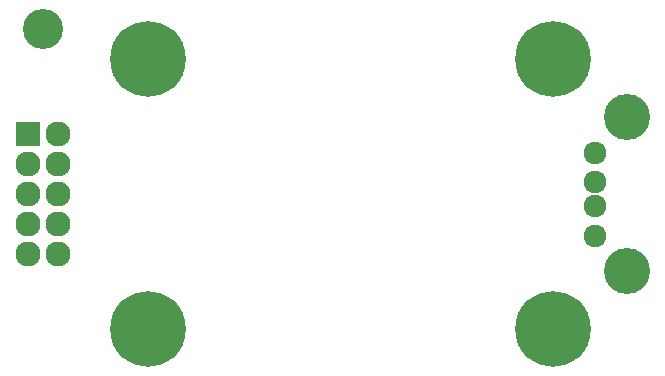
<source format=gbr>
G04 #@! TF.FileFunction,Soldermask,Bot*
%FSLAX46Y46*%
G04 Gerber Fmt 4.6, Leading zero omitted, Abs format (unit mm)*
G04 Created by KiCad (PCBNEW 4.0.5+dfsg1-4) date Thu Feb 15 14:09:15 2018*
%MOMM*%
%LPD*%
G01*
G04 APERTURE LIST*
%ADD10C,0.100000*%
%ADD11R,2.127200X2.127200*%
%ADD12O,2.127200X2.127200*%
%ADD13C,1.924000*%
%ADD14C,3.900000*%
%ADD15C,6.400000*%
%ADD16C,3.400000*%
G04 APERTURE END LIST*
D10*
D11*
X132080000Y-96520000D03*
D12*
X134620000Y-96520000D03*
X132080000Y-99060000D03*
X134620000Y-99060000D03*
X132080000Y-101600000D03*
X134620000Y-101600000D03*
X132080000Y-104140000D03*
X134620000Y-104140000D03*
X132080000Y-106680000D03*
X134620000Y-106680000D03*
D13*
X180040000Y-100600000D03*
X180040000Y-102600000D03*
X180040000Y-98100000D03*
X180040000Y-105100000D03*
D14*
X182740000Y-108100000D03*
X182740000Y-95100000D03*
D15*
X142240000Y-90170000D03*
X142240000Y-113030000D03*
X176530000Y-113030000D03*
X176530000Y-90170000D03*
D16*
X133350000Y-87630000D03*
M02*

</source>
